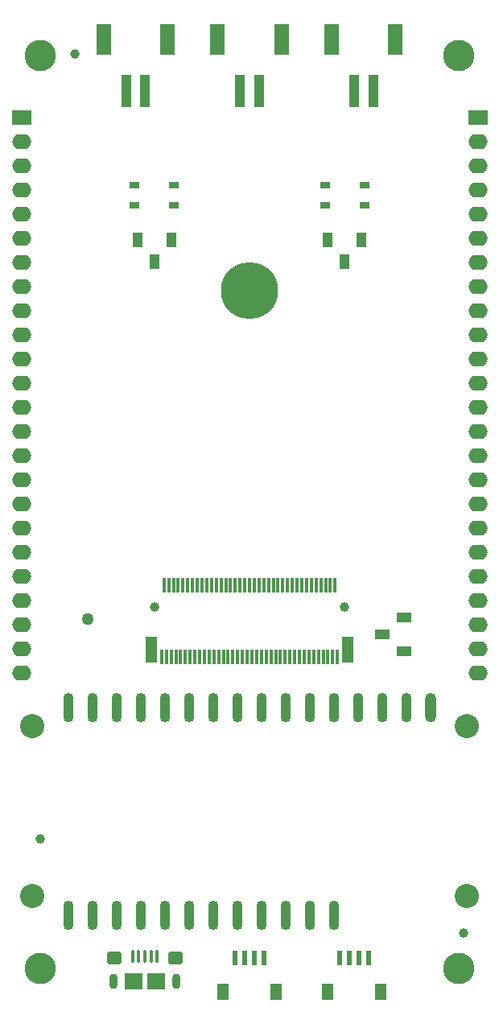
<source format=gbr>
G04*
G04 #@! TF.GenerationSoftware,Altium Limited,Altium Designer,22.4.2 (48)*
G04*
G04 Layer_Color=255*
%FSLAX25Y25*%
%MOIN*%
G70*
G04*
G04 #@! TF.SameCoordinates,F1429C7B-AB02-4E32-93F6-432C4BA2DB55*
G04*
G04*
G04 #@! TF.FilePolarity,Positive*
G04*
G01*
G75*
%ADD13C,0.05000*%
%ADD14R,0.06299X0.03937*%
%ADD15R,0.02362X0.06102*%
%ADD16R,0.04724X0.06693*%
%ADD17R,0.05906X0.12598*%
%ADD18R,0.03937X0.13780*%
%ADD19R,0.01181X0.06102*%
%ADD20R,0.04724X0.10827*%
%ADD21O,0.01575X0.05315*%
%ADD22R,0.07480X0.07087*%
G04:AMPARAMS|DCode=23|XSize=62.99mil|YSize=55.12mil|CornerRadius=13.78mil|HoleSize=0mil|Usage=FLASHONLY|Rotation=180.000|XOffset=0mil|YOffset=0mil|HoleType=Round|Shape=RoundedRectangle|*
%AMROUNDEDRECTD23*
21,1,0.06299,0.02756,0,0,180.0*
21,1,0.03543,0.05512,0,0,180.0*
1,1,0.02756,-0.01772,0.01378*
1,1,0.02756,0.01772,0.01378*
1,1,0.02756,0.01772,-0.01378*
1,1,0.02756,-0.01772,-0.01378*
%
%ADD23ROUNDEDRECTD23*%
%ADD24R,0.04134X0.02559*%
%ADD25R,0.03937X0.06299*%
%ADD49C,0.03937*%
G04:AMPARAMS|DCode=57|XSize=45.67mil|YSize=122.05mil|CornerRadius=22.84mil|HoleSize=0mil|Usage=FLASHONLY|Rotation=0.000|XOffset=0mil|YOffset=0mil|HoleType=Round|Shape=RoundedRectangle|*
%AMROUNDEDRECTD57*
21,1,0.04567,0.07638,0,0,0.0*
21,1,0.00000,0.12205,0,0,0.0*
1,1,0.04567,0.00000,-0.03819*
1,1,0.04567,0.00000,-0.03819*
1,1,0.04567,0.00000,0.03819*
1,1,0.04567,0.00000,0.03819*
%
%ADD57ROUNDEDRECTD57*%
G04:AMPARAMS|DCode=58|XSize=43.31mil|YSize=122.05mil|CornerRadius=21.65mil|HoleSize=0mil|Usage=FLASHONLY|Rotation=0.000|XOffset=0mil|YOffset=0mil|HoleType=Round|Shape=RoundedRectangle|*
%AMROUNDEDRECTD58*
21,1,0.04331,0.07874,0,0,0.0*
21,1,0.00000,0.12205,0,0,0.0*
1,1,0.04331,0.00000,-0.03937*
1,1,0.04331,0.00000,-0.03937*
1,1,0.04331,0.00000,0.03937*
1,1,0.04331,0.00000,0.03937*
%
%ADD58ROUNDEDRECTD58*%
%ADD59O,0.03543X0.06299*%
%ADD60C,0.23622*%
%ADD61O,0.07874X0.06299*%
%ADD62R,0.07874X0.06299*%
%ADD63C,0.10000*%
%ADD64C,0.12992*%
D13*
X33000Y158500D02*
D03*
D14*
X154972Y152000D02*
D03*
X164028Y145110D02*
D03*
Y158890D02*
D03*
D15*
X137402Y18067D02*
D03*
X149213D02*
D03*
X145276D02*
D03*
X141339D02*
D03*
X94095D02*
D03*
X105905D02*
D03*
X101969D02*
D03*
X98032D02*
D03*
D16*
X132283Y4161D02*
D03*
X154331D02*
D03*
X88976D02*
D03*
X111024D02*
D03*
D17*
X113189Y398425D02*
D03*
X86811D02*
D03*
X65945D02*
D03*
X39567D02*
D03*
X160433D02*
D03*
X134055D02*
D03*
D18*
X103937Y376969D02*
D03*
X96063D02*
D03*
X56693D02*
D03*
X48819D02*
D03*
X151181D02*
D03*
X143307D02*
D03*
D19*
X69488Y142618D02*
D03*
X67520D02*
D03*
X71457D02*
D03*
X63583D02*
D03*
X65551D02*
D03*
X79331D02*
D03*
X77362D02*
D03*
X81299D02*
D03*
X73425D02*
D03*
X75394D02*
D03*
X85236D02*
D03*
X83268D02*
D03*
X87205D02*
D03*
X89173D02*
D03*
X97047D02*
D03*
X95079D02*
D03*
X99016D02*
D03*
X91142D02*
D03*
X93110D02*
D03*
X64567Y172343D02*
D03*
X66535D02*
D03*
X68504D02*
D03*
X70472D02*
D03*
X80315D02*
D03*
X78347D02*
D03*
X82284D02*
D03*
X72441D02*
D03*
X74410D02*
D03*
X76378D02*
D03*
X86221D02*
D03*
X84252D02*
D03*
X88189D02*
D03*
X90158D02*
D03*
X98032D02*
D03*
X96063D02*
D03*
X100000D02*
D03*
X92126D02*
D03*
X94095D02*
D03*
X106890Y142618D02*
D03*
X104921D02*
D03*
X108858D02*
D03*
X100984D02*
D03*
X102953D02*
D03*
X116732D02*
D03*
X114764D02*
D03*
X118701D02*
D03*
X110827D02*
D03*
X112795D02*
D03*
X126575D02*
D03*
X124606D02*
D03*
X128543D02*
D03*
X120669D02*
D03*
X122638D02*
D03*
X132480D02*
D03*
X130512D02*
D03*
X134449D02*
D03*
X136417D02*
D03*
X107874Y172343D02*
D03*
X105905D02*
D03*
X109843D02*
D03*
X101969D02*
D03*
X103937D02*
D03*
X115748D02*
D03*
X111811D02*
D03*
X113779D02*
D03*
X117717D02*
D03*
X121653D02*
D03*
X119685D02*
D03*
X123622D02*
D03*
X125591D02*
D03*
X133465D02*
D03*
X131496D02*
D03*
X135433D02*
D03*
X127559D02*
D03*
X129528D02*
D03*
D20*
X59252Y145669D02*
D03*
X140748D02*
D03*
D21*
X59252Y18799D02*
D03*
X61811D02*
D03*
X51575D02*
D03*
X54134D02*
D03*
X56693D02*
D03*
D22*
X51968Y8268D02*
D03*
X61417D02*
D03*
D23*
X44094Y17913D02*
D03*
X69291D02*
D03*
D24*
X147539Y329626D02*
D03*
X131201D02*
D03*
X147539Y338090D02*
D03*
X131201D02*
D03*
X68799Y329626D02*
D03*
X52461D02*
D03*
X68799Y338090D02*
D03*
X52461D02*
D03*
D25*
X139370Y306472D02*
D03*
X146260Y315528D02*
D03*
X132480D02*
D03*
X60630Y306472D02*
D03*
X67520Y315528D02*
D03*
X53740D02*
D03*
D49*
X188500Y28254D02*
D03*
X13246Y67500D02*
D03*
X27746Y392500D02*
D03*
X60630Y163386D02*
D03*
X139370D02*
D03*
D57*
X175000Y121740D02*
D03*
D58*
X115000D02*
D03*
X125000D02*
D03*
X135000D02*
D03*
X145000D02*
D03*
X155000D02*
D03*
X165000D02*
D03*
X105000D02*
D03*
X95000D02*
D03*
X85000D02*
D03*
X75000D02*
D03*
X65000D02*
D03*
X55000D02*
D03*
X45000D02*
D03*
X35000D02*
D03*
X25000D02*
D03*
X135000Y35740D02*
D03*
X25000D02*
D03*
X35000D02*
D03*
X45000D02*
D03*
X55000D02*
D03*
X65000D02*
D03*
X75000D02*
D03*
X85000D02*
D03*
X95000D02*
D03*
X105000D02*
D03*
X115000D02*
D03*
X125000D02*
D03*
D59*
X43701Y8268D02*
D03*
X69685D02*
D03*
D60*
X100000Y294291D02*
D03*
D61*
X5512Y136142D02*
D03*
Y146142D02*
D03*
Y156142D02*
D03*
Y166142D02*
D03*
Y176142D02*
D03*
Y186142D02*
D03*
Y196142D02*
D03*
Y206142D02*
D03*
Y216142D02*
D03*
Y226142D02*
D03*
Y236142D02*
D03*
Y246142D02*
D03*
Y256142D02*
D03*
Y266142D02*
D03*
Y276142D02*
D03*
Y286142D02*
D03*
Y296142D02*
D03*
Y306142D02*
D03*
Y316142D02*
D03*
Y326142D02*
D03*
Y336142D02*
D03*
Y346142D02*
D03*
Y356142D02*
D03*
X194488Y136142D02*
D03*
Y146142D02*
D03*
Y156142D02*
D03*
Y166142D02*
D03*
Y176142D02*
D03*
Y186142D02*
D03*
Y196142D02*
D03*
Y206142D02*
D03*
Y216142D02*
D03*
Y226142D02*
D03*
Y236142D02*
D03*
Y246142D02*
D03*
Y256142D02*
D03*
Y266142D02*
D03*
Y276142D02*
D03*
Y286142D02*
D03*
Y296142D02*
D03*
Y306142D02*
D03*
Y316142D02*
D03*
Y326142D02*
D03*
Y336142D02*
D03*
Y346142D02*
D03*
Y356142D02*
D03*
D62*
X5512Y366142D02*
D03*
X194488D02*
D03*
D63*
X10000Y43740D02*
D03*
Y114016D02*
D03*
X190000D02*
D03*
Y43740D02*
D03*
D64*
X186614Y391732D02*
D03*
X13386Y13780D02*
D03*
X186614D02*
D03*
X13386Y391732D02*
D03*
M02*

</source>
